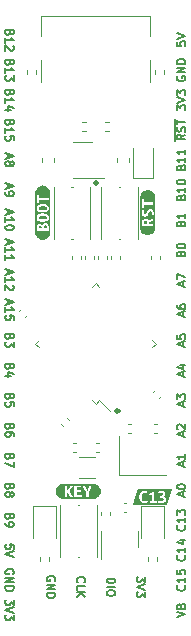
<source format=gbr>
%TF.GenerationSoftware,KiCad,Pcbnew,6.0.11-2627ca5db0~126~ubuntu20.04.1*%
%TF.CreationDate,2023-02-28T16:59:55+07:00*%
%TF.ProjectId,Bluepill-USB-C,426c7565-7069-46c6-9c2d-5553422d432e,rev?*%
%TF.SameCoordinates,Original*%
%TF.FileFunction,Legend,Top*%
%TF.FilePolarity,Positive*%
%FSLAX46Y46*%
G04 Gerber Fmt 4.6, Leading zero omitted, Abs format (unit mm)*
G04 Created by KiCad (PCBNEW 6.0.11-2627ca5db0~126~ubuntu20.04.1) date 2023-02-28 16:59:55*
%MOMM*%
%LPD*%
G01*
G04 APERTURE LIST*
%ADD10C,0.300000*%
%ADD11C,0.150000*%
%ADD12C,0.120000*%
G04 APERTURE END LIST*
D10*
X150190200Y-90757285D02*
X150285438Y-90852523D01*
X150190200Y-90947761D01*
X150094961Y-90852523D01*
X150190200Y-90757285D01*
X150190200Y-90947761D01*
X152019000Y-110061285D02*
X152114238Y-110156523D01*
X152019000Y-110251761D01*
X151923761Y-110156523D01*
X152019000Y-110061285D01*
X152019000Y-110251761D01*
D11*
X157566666Y-102110000D02*
X157566666Y-101776666D01*
X157766666Y-102176666D02*
X157066666Y-101943333D01*
X157766666Y-101710000D01*
X157066666Y-101176666D02*
X157066666Y-101310000D01*
X157100000Y-101376666D01*
X157133333Y-101410000D01*
X157233333Y-101476666D01*
X157366666Y-101510000D01*
X157633333Y-101510000D01*
X157700000Y-101476666D01*
X157733333Y-101443333D01*
X157766666Y-101376666D01*
X157766666Y-101243333D01*
X157733333Y-101176666D01*
X157700000Y-101143333D01*
X157633333Y-101110000D01*
X157466666Y-101110000D01*
X157400000Y-101143333D01*
X157366666Y-101176666D01*
X157333333Y-101243333D01*
X157333333Y-101376666D01*
X157366666Y-101443333D01*
X157400000Y-101476666D01*
X157466666Y-101510000D01*
X142900000Y-106406666D02*
X142866666Y-106506666D01*
X142833333Y-106540000D01*
X142766666Y-106573333D01*
X142666666Y-106573333D01*
X142600000Y-106540000D01*
X142566666Y-106506666D01*
X142533333Y-106440000D01*
X142533333Y-106173333D01*
X143233333Y-106173333D01*
X143233333Y-106406666D01*
X143200000Y-106473333D01*
X143166666Y-106506666D01*
X143100000Y-106540000D01*
X143033333Y-106540000D01*
X142966666Y-106506666D01*
X142933333Y-106473333D01*
X142900000Y-106406666D01*
X142900000Y-106173333D01*
X143000000Y-107173333D02*
X142533333Y-107173333D01*
X143266666Y-107006666D02*
X142766666Y-106840000D01*
X142766666Y-107273333D01*
X142900000Y-116566666D02*
X142866666Y-116666666D01*
X142833333Y-116700000D01*
X142766666Y-116733333D01*
X142666666Y-116733333D01*
X142600000Y-116700000D01*
X142566666Y-116666666D01*
X142533333Y-116600000D01*
X142533333Y-116333333D01*
X143233333Y-116333333D01*
X143233333Y-116566666D01*
X143200000Y-116633333D01*
X143166666Y-116666666D01*
X143100000Y-116700000D01*
X143033333Y-116700000D01*
X142966666Y-116666666D01*
X142933333Y-116633333D01*
X142900000Y-116566666D01*
X142900000Y-116333333D01*
X142933333Y-117133333D02*
X142966666Y-117066666D01*
X143000000Y-117033333D01*
X143066666Y-117000000D01*
X143100000Y-117000000D01*
X143166666Y-117033333D01*
X143200000Y-117066666D01*
X143233333Y-117133333D01*
X143233333Y-117266666D01*
X143200000Y-117333333D01*
X143166666Y-117366666D01*
X143100000Y-117400000D01*
X143066666Y-117400000D01*
X143000000Y-117366666D01*
X142966666Y-117333333D01*
X142933333Y-117266666D01*
X142933333Y-117133333D01*
X142900000Y-117066666D01*
X142866666Y-117033333D01*
X142800000Y-117000000D01*
X142666666Y-117000000D01*
X142600000Y-117033333D01*
X142566666Y-117066666D01*
X142533333Y-117133333D01*
X142533333Y-117266666D01*
X142566666Y-117333333D01*
X142600000Y-117366666D01*
X142666666Y-117400000D01*
X142800000Y-117400000D01*
X142866666Y-117366666D01*
X142900000Y-117333333D01*
X142933333Y-117266666D01*
X151113333Y-124333333D02*
X151813333Y-124333333D01*
X151813333Y-124500000D01*
X151780000Y-124600000D01*
X151713333Y-124666666D01*
X151646666Y-124700000D01*
X151513333Y-124733333D01*
X151413333Y-124733333D01*
X151280000Y-124700000D01*
X151213333Y-124666666D01*
X151146666Y-124600000D01*
X151113333Y-124500000D01*
X151113333Y-124333333D01*
X151113333Y-125033333D02*
X151813333Y-125033333D01*
X151813333Y-125500000D02*
X151813333Y-125633333D01*
X151780000Y-125700000D01*
X151713333Y-125766666D01*
X151580000Y-125800000D01*
X151346666Y-125800000D01*
X151213333Y-125766666D01*
X151146666Y-125700000D01*
X151113333Y-125633333D01*
X151113333Y-125500000D01*
X151146666Y-125433333D01*
X151213333Y-125366666D01*
X151346666Y-125333333D01*
X151580000Y-125333333D01*
X151713333Y-125366666D01*
X151780000Y-125433333D01*
X151813333Y-125500000D01*
X157066666Y-127593333D02*
X157766666Y-127360000D01*
X157066666Y-127126666D01*
X157400000Y-126660000D02*
X157433333Y-126560000D01*
X157466666Y-126526666D01*
X157533333Y-126493333D01*
X157633333Y-126493333D01*
X157700000Y-126526666D01*
X157733333Y-126560000D01*
X157766666Y-126626666D01*
X157766666Y-126893333D01*
X157066666Y-126893333D01*
X157066666Y-126660000D01*
X157100000Y-126593333D01*
X157133333Y-126560000D01*
X157200000Y-126526666D01*
X157266666Y-126526666D01*
X157333333Y-126560000D01*
X157366666Y-126593333D01*
X157400000Y-126660000D01*
X157400000Y-126893333D01*
X157566666Y-104650000D02*
X157566666Y-104316666D01*
X157766666Y-104716666D02*
X157066666Y-104483333D01*
X157766666Y-104250000D01*
X157066666Y-103683333D02*
X157066666Y-104016666D01*
X157400000Y-104050000D01*
X157366666Y-104016666D01*
X157333333Y-103950000D01*
X157333333Y-103783333D01*
X157366666Y-103716666D01*
X157400000Y-103683333D01*
X157466666Y-103650000D01*
X157633333Y-103650000D01*
X157700000Y-103683333D01*
X157733333Y-103716666D01*
X157766666Y-103783333D01*
X157766666Y-103950000D01*
X157733333Y-104016666D01*
X157700000Y-104050000D01*
X143200000Y-123936666D02*
X143233333Y-123870000D01*
X143233333Y-123770000D01*
X143200000Y-123670000D01*
X143133333Y-123603333D01*
X143066666Y-123570000D01*
X142933333Y-123536666D01*
X142833333Y-123536666D01*
X142700000Y-123570000D01*
X142633333Y-123603333D01*
X142566666Y-123670000D01*
X142533333Y-123770000D01*
X142533333Y-123836666D01*
X142566666Y-123936666D01*
X142600000Y-123970000D01*
X142833333Y-123970000D01*
X142833333Y-123836666D01*
X142533333Y-124270000D02*
X143233333Y-124270000D01*
X142533333Y-124670000D01*
X143233333Y-124670000D01*
X142533333Y-125003333D02*
X143233333Y-125003333D01*
X143233333Y-125170000D01*
X143200000Y-125270000D01*
X143133333Y-125336666D01*
X143066666Y-125370000D01*
X142933333Y-125403333D01*
X142833333Y-125403333D01*
X142700000Y-125370000D01*
X142633333Y-125336666D01*
X142566666Y-125270000D01*
X142533333Y-125170000D01*
X142533333Y-125003333D01*
X142900000Y-119106666D02*
X142866666Y-119206666D01*
X142833333Y-119240000D01*
X142766666Y-119273333D01*
X142666666Y-119273333D01*
X142600000Y-119240000D01*
X142566666Y-119206666D01*
X142533333Y-119140000D01*
X142533333Y-118873333D01*
X143233333Y-118873333D01*
X143233333Y-119106666D01*
X143200000Y-119173333D01*
X143166666Y-119206666D01*
X143100000Y-119240000D01*
X143033333Y-119240000D01*
X142966666Y-119206666D01*
X142933333Y-119173333D01*
X142900000Y-119106666D01*
X142900000Y-118873333D01*
X142533333Y-119606666D02*
X142533333Y-119740000D01*
X142566666Y-119806666D01*
X142600000Y-119840000D01*
X142700000Y-119906666D01*
X142833333Y-119940000D01*
X143100000Y-119940000D01*
X143166666Y-119906666D01*
X143200000Y-119873333D01*
X143233333Y-119806666D01*
X143233333Y-119673333D01*
X143200000Y-119606666D01*
X143166666Y-119573333D01*
X143100000Y-119540000D01*
X142933333Y-119540000D01*
X142866666Y-119573333D01*
X142833333Y-119606666D01*
X142800000Y-119673333D01*
X142800000Y-119806666D01*
X142833333Y-119873333D01*
X142866666Y-119906666D01*
X142933333Y-119940000D01*
X142900000Y-111486666D02*
X142866666Y-111586666D01*
X142833333Y-111620000D01*
X142766666Y-111653333D01*
X142666666Y-111653333D01*
X142600000Y-111620000D01*
X142566666Y-111586666D01*
X142533333Y-111520000D01*
X142533333Y-111253333D01*
X143233333Y-111253333D01*
X143233333Y-111486666D01*
X143200000Y-111553333D01*
X143166666Y-111586666D01*
X143100000Y-111620000D01*
X143033333Y-111620000D01*
X142966666Y-111586666D01*
X142933333Y-111553333D01*
X142900000Y-111486666D01*
X142900000Y-111253333D01*
X143233333Y-112253333D02*
X143233333Y-112120000D01*
X143200000Y-112053333D01*
X143166666Y-112020000D01*
X143066666Y-111953333D01*
X142933333Y-111920000D01*
X142666666Y-111920000D01*
X142600000Y-111953333D01*
X142566666Y-111986666D01*
X142533333Y-112053333D01*
X142533333Y-112186666D01*
X142566666Y-112253333D01*
X142600000Y-112286666D01*
X142666666Y-112320000D01*
X142833333Y-112320000D01*
X142900000Y-112286666D01*
X142933333Y-112253333D01*
X142966666Y-112186666D01*
X142966666Y-112053333D01*
X142933333Y-111986666D01*
X142900000Y-111953333D01*
X142833333Y-111920000D01*
X142733333Y-88410000D02*
X142733333Y-88743333D01*
X142533333Y-88343333D02*
X143233333Y-88576666D01*
X142533333Y-88810000D01*
X142933333Y-89143333D02*
X142966666Y-89076666D01*
X143000000Y-89043333D01*
X143066666Y-89010000D01*
X143100000Y-89010000D01*
X143166666Y-89043333D01*
X143200000Y-89076666D01*
X143233333Y-89143333D01*
X143233333Y-89276666D01*
X143200000Y-89343333D01*
X143166666Y-89376666D01*
X143100000Y-89410000D01*
X143066666Y-89410000D01*
X143000000Y-89376666D01*
X142966666Y-89343333D01*
X142933333Y-89276666D01*
X142933333Y-89143333D01*
X142900000Y-89076666D01*
X142866666Y-89043333D01*
X142800000Y-89010000D01*
X142666666Y-89010000D01*
X142600000Y-89043333D01*
X142566666Y-89076666D01*
X142533333Y-89143333D01*
X142533333Y-89276666D01*
X142566666Y-89343333D01*
X142600000Y-89376666D01*
X142666666Y-89410000D01*
X142800000Y-89410000D01*
X142866666Y-89376666D01*
X142900000Y-89343333D01*
X142933333Y-89276666D01*
X142900000Y-103866666D02*
X142866666Y-103966666D01*
X142833333Y-104000000D01*
X142766666Y-104033333D01*
X142666666Y-104033333D01*
X142600000Y-104000000D01*
X142566666Y-103966666D01*
X142533333Y-103900000D01*
X142533333Y-103633333D01*
X143233333Y-103633333D01*
X143233333Y-103866666D01*
X143200000Y-103933333D01*
X143166666Y-103966666D01*
X143100000Y-104000000D01*
X143033333Y-104000000D01*
X142966666Y-103966666D01*
X142933333Y-103933333D01*
X142900000Y-103866666D01*
X142900000Y-103633333D01*
X143233333Y-104266666D02*
X143233333Y-104700000D01*
X142966666Y-104466666D01*
X142966666Y-104566666D01*
X142933333Y-104633333D01*
X142900000Y-104666666D01*
X142833333Y-104700000D01*
X142666666Y-104700000D01*
X142600000Y-104666666D01*
X142566666Y-104633333D01*
X142533333Y-104566666D01*
X142533333Y-104366666D01*
X142566666Y-104300000D01*
X142600000Y-104266666D01*
X157100000Y-81823333D02*
X157066666Y-81890000D01*
X157066666Y-81990000D01*
X157100000Y-82090000D01*
X157166666Y-82156666D01*
X157233333Y-82190000D01*
X157366666Y-82223333D01*
X157466666Y-82223333D01*
X157600000Y-82190000D01*
X157666666Y-82156666D01*
X157733333Y-82090000D01*
X157766666Y-81990000D01*
X157766666Y-81923333D01*
X157733333Y-81823333D01*
X157700000Y-81790000D01*
X157466666Y-81790000D01*
X157466666Y-81923333D01*
X157766666Y-81490000D02*
X157066666Y-81490000D01*
X157766666Y-81090000D01*
X157066666Y-81090000D01*
X157766666Y-80756666D02*
X157066666Y-80756666D01*
X157066666Y-80590000D01*
X157100000Y-80490000D01*
X157166666Y-80423333D01*
X157233333Y-80390000D01*
X157366666Y-80356666D01*
X157466666Y-80356666D01*
X157600000Y-80390000D01*
X157666666Y-80423333D01*
X157733333Y-80490000D01*
X157766666Y-80590000D01*
X157766666Y-80756666D01*
X146700000Y-124516666D02*
X146733333Y-124450000D01*
X146733333Y-124350000D01*
X146700000Y-124250000D01*
X146633333Y-124183333D01*
X146566666Y-124150000D01*
X146433333Y-124116666D01*
X146333333Y-124116666D01*
X146200000Y-124150000D01*
X146133333Y-124183333D01*
X146066666Y-124250000D01*
X146033333Y-124350000D01*
X146033333Y-124416666D01*
X146066666Y-124516666D01*
X146100000Y-124550000D01*
X146333333Y-124550000D01*
X146333333Y-124416666D01*
X146033333Y-124850000D02*
X146733333Y-124850000D01*
X146033333Y-125250000D01*
X146733333Y-125250000D01*
X146033333Y-125583333D02*
X146733333Y-125583333D01*
X146733333Y-125750000D01*
X146700000Y-125850000D01*
X146633333Y-125916666D01*
X146566666Y-125950000D01*
X146433333Y-125983333D01*
X146333333Y-125983333D01*
X146200000Y-125950000D01*
X146133333Y-125916666D01*
X146066666Y-125850000D01*
X146033333Y-125750000D01*
X146033333Y-125583333D01*
X157566666Y-114810000D02*
X157566666Y-114476666D01*
X157766666Y-114876666D02*
X157066666Y-114643333D01*
X157766666Y-114410000D01*
X157766666Y-113810000D02*
X157766666Y-114210000D01*
X157766666Y-114010000D02*
X157066666Y-114010000D01*
X157166666Y-114076666D01*
X157233333Y-114143333D01*
X157266666Y-114210000D01*
X142900000Y-83213333D02*
X142866666Y-83313333D01*
X142833333Y-83346666D01*
X142766666Y-83380000D01*
X142666666Y-83380000D01*
X142600000Y-83346666D01*
X142566666Y-83313333D01*
X142533333Y-83246666D01*
X142533333Y-82980000D01*
X143233333Y-82980000D01*
X143233333Y-83213333D01*
X143200000Y-83280000D01*
X143166666Y-83313333D01*
X143100000Y-83346666D01*
X143033333Y-83346666D01*
X142966666Y-83313333D01*
X142933333Y-83280000D01*
X142900000Y-83213333D01*
X142900000Y-82980000D01*
X142533333Y-84046666D02*
X142533333Y-83646666D01*
X142533333Y-83846666D02*
X143233333Y-83846666D01*
X143133333Y-83780000D01*
X143066666Y-83713333D01*
X143033333Y-83646666D01*
X143000000Y-84646666D02*
X142533333Y-84646666D01*
X143266666Y-84480000D02*
X142766666Y-84313333D01*
X142766666Y-84746666D01*
X157700000Y-119840000D02*
X157733333Y-119873333D01*
X157766666Y-119973333D01*
X157766666Y-120040000D01*
X157733333Y-120140000D01*
X157666666Y-120206666D01*
X157600000Y-120240000D01*
X157466666Y-120273333D01*
X157366666Y-120273333D01*
X157233333Y-120240000D01*
X157166666Y-120206666D01*
X157100000Y-120140000D01*
X157066666Y-120040000D01*
X157066666Y-119973333D01*
X157100000Y-119873333D01*
X157133333Y-119840000D01*
X157766666Y-119173333D02*
X157766666Y-119573333D01*
X157766666Y-119373333D02*
X157066666Y-119373333D01*
X157166666Y-119440000D01*
X157233333Y-119506666D01*
X157266666Y-119573333D01*
X157066666Y-118940000D02*
X157066666Y-118506666D01*
X157333333Y-118740000D01*
X157333333Y-118640000D01*
X157366666Y-118573333D01*
X157400000Y-118540000D01*
X157466666Y-118506666D01*
X157633333Y-118506666D01*
X157700000Y-118540000D01*
X157733333Y-118573333D01*
X157766666Y-118640000D01*
X157766666Y-118840000D01*
X157733333Y-118906666D01*
X157700000Y-118940000D01*
X157066666Y-78883333D02*
X157066666Y-79216666D01*
X157400000Y-79250000D01*
X157366666Y-79216666D01*
X157333333Y-79150000D01*
X157333333Y-78983333D01*
X157366666Y-78916666D01*
X157400000Y-78883333D01*
X157466666Y-78850000D01*
X157633333Y-78850000D01*
X157700000Y-78883333D01*
X157733333Y-78916666D01*
X157766666Y-78983333D01*
X157766666Y-79150000D01*
X157733333Y-79216666D01*
X157700000Y-79250000D01*
X157066666Y-78650000D02*
X157766666Y-78416666D01*
X157066666Y-78183333D01*
X148640000Y-124633333D02*
X148606666Y-124600000D01*
X148573333Y-124500000D01*
X148573333Y-124433333D01*
X148606666Y-124333333D01*
X148673333Y-124266666D01*
X148740000Y-124233333D01*
X148873333Y-124200000D01*
X148973333Y-124200000D01*
X149106666Y-124233333D01*
X149173333Y-124266666D01*
X149240000Y-124333333D01*
X149273333Y-124433333D01*
X149273333Y-124500000D01*
X149240000Y-124600000D01*
X149206666Y-124633333D01*
X148573333Y-125266666D02*
X148573333Y-124933333D01*
X149273333Y-124933333D01*
X148573333Y-125500000D02*
X149273333Y-125500000D01*
X148573333Y-125900000D02*
X148973333Y-125600000D01*
X149273333Y-125900000D02*
X148873333Y-125500000D01*
X156869000Y-87320000D02*
X156869000Y-86620000D01*
X157766666Y-86753333D02*
X157433333Y-86986666D01*
X157766666Y-87153333D02*
X157066666Y-87153333D01*
X157066666Y-86886666D01*
X157100000Y-86820000D01*
X157133333Y-86786666D01*
X157200000Y-86753333D01*
X157300000Y-86753333D01*
X157366666Y-86786666D01*
X157400000Y-86820000D01*
X157433333Y-86886666D01*
X157433333Y-87153333D01*
X156869000Y-86620000D02*
X156869000Y-85953333D01*
X157733333Y-86486666D02*
X157766666Y-86386666D01*
X157766666Y-86220000D01*
X157733333Y-86153333D01*
X157700000Y-86120000D01*
X157633333Y-86086666D01*
X157566666Y-86086666D01*
X157500000Y-86120000D01*
X157466666Y-86153333D01*
X157433333Y-86220000D01*
X157400000Y-86353333D01*
X157366666Y-86420000D01*
X157333333Y-86453333D01*
X157266666Y-86486666D01*
X157200000Y-86486666D01*
X157133333Y-86453333D01*
X157100000Y-86420000D01*
X157066666Y-86353333D01*
X157066666Y-86186666D01*
X157100000Y-86086666D01*
X156869000Y-85953333D02*
X156869000Y-85420000D01*
X157066666Y-85886666D02*
X157066666Y-85486666D01*
X157766666Y-85686666D02*
X157066666Y-85686666D01*
X142900000Y-114026666D02*
X142866666Y-114126666D01*
X142833333Y-114160000D01*
X142766666Y-114193333D01*
X142666666Y-114193333D01*
X142600000Y-114160000D01*
X142566666Y-114126666D01*
X142533333Y-114060000D01*
X142533333Y-113793333D01*
X143233333Y-113793333D01*
X143233333Y-114026666D01*
X143200000Y-114093333D01*
X143166666Y-114126666D01*
X143100000Y-114160000D01*
X143033333Y-114160000D01*
X142966666Y-114126666D01*
X142933333Y-114093333D01*
X142900000Y-114026666D01*
X142900000Y-113793333D01*
X143233333Y-114426666D02*
X143233333Y-114893333D01*
X142533333Y-114593333D01*
X157400000Y-96813333D02*
X157433333Y-96713333D01*
X157466666Y-96680000D01*
X157533333Y-96646666D01*
X157633333Y-96646666D01*
X157700000Y-96680000D01*
X157733333Y-96713333D01*
X157766666Y-96780000D01*
X157766666Y-97046666D01*
X157066666Y-97046666D01*
X157066666Y-96813333D01*
X157100000Y-96746666D01*
X157133333Y-96713333D01*
X157200000Y-96680000D01*
X157266666Y-96680000D01*
X157333333Y-96713333D01*
X157366666Y-96746666D01*
X157400000Y-96813333D01*
X157400000Y-97046666D01*
X157066666Y-96213333D02*
X157066666Y-96146666D01*
X157100000Y-96080000D01*
X157133333Y-96046666D01*
X157200000Y-96013333D01*
X157333333Y-95980000D01*
X157500000Y-95980000D01*
X157633333Y-96013333D01*
X157700000Y-96046666D01*
X157733333Y-96080000D01*
X157766666Y-96146666D01*
X157766666Y-96213333D01*
X157733333Y-96280000D01*
X157700000Y-96313333D01*
X157633333Y-96346666D01*
X157500000Y-96380000D01*
X157333333Y-96380000D01*
X157200000Y-96346666D01*
X157133333Y-96313333D01*
X157100000Y-96280000D01*
X157066666Y-96213333D01*
X142900000Y-80673333D02*
X142866666Y-80773333D01*
X142833333Y-80806666D01*
X142766666Y-80840000D01*
X142666666Y-80840000D01*
X142600000Y-80806666D01*
X142566666Y-80773333D01*
X142533333Y-80706666D01*
X142533333Y-80440000D01*
X143233333Y-80440000D01*
X143233333Y-80673333D01*
X143200000Y-80740000D01*
X143166666Y-80773333D01*
X143100000Y-80806666D01*
X143033333Y-80806666D01*
X142966666Y-80773333D01*
X142933333Y-80740000D01*
X142900000Y-80673333D01*
X142900000Y-80440000D01*
X142533333Y-81506666D02*
X142533333Y-81106666D01*
X142533333Y-81306666D02*
X143233333Y-81306666D01*
X143133333Y-81240000D01*
X143066666Y-81173333D01*
X143033333Y-81106666D01*
X143233333Y-81740000D02*
X143233333Y-82173333D01*
X142966666Y-81940000D01*
X142966666Y-82040000D01*
X142933333Y-82106666D01*
X142900000Y-82140000D01*
X142833333Y-82173333D01*
X142666666Y-82173333D01*
X142600000Y-82140000D01*
X142566666Y-82106666D01*
X142533333Y-82040000D01*
X142533333Y-81840000D01*
X142566666Y-81773333D01*
X142600000Y-81740000D01*
X157400000Y-89526666D02*
X157433333Y-89426666D01*
X157466666Y-89393333D01*
X157533333Y-89360000D01*
X157633333Y-89360000D01*
X157700000Y-89393333D01*
X157733333Y-89426666D01*
X157766666Y-89493333D01*
X157766666Y-89760000D01*
X157066666Y-89760000D01*
X157066666Y-89526666D01*
X157100000Y-89460000D01*
X157133333Y-89426666D01*
X157200000Y-89393333D01*
X157266666Y-89393333D01*
X157333333Y-89426666D01*
X157366666Y-89460000D01*
X157400000Y-89526666D01*
X157400000Y-89760000D01*
X157766666Y-88693333D02*
X157766666Y-89093333D01*
X157766666Y-88893333D02*
X157066666Y-88893333D01*
X157166666Y-88960000D01*
X157233333Y-89026666D01*
X157266666Y-89093333D01*
X157766666Y-88026666D02*
X157766666Y-88426666D01*
X157766666Y-88226666D02*
X157066666Y-88226666D01*
X157166666Y-88293333D01*
X157233333Y-88360000D01*
X157266666Y-88426666D01*
X142900000Y-78133333D02*
X142866666Y-78233333D01*
X142833333Y-78266666D01*
X142766666Y-78300000D01*
X142666666Y-78300000D01*
X142600000Y-78266666D01*
X142566666Y-78233333D01*
X142533333Y-78166666D01*
X142533333Y-77900000D01*
X143233333Y-77900000D01*
X143233333Y-78133333D01*
X143200000Y-78200000D01*
X143166666Y-78233333D01*
X143100000Y-78266666D01*
X143033333Y-78266666D01*
X142966666Y-78233333D01*
X142933333Y-78200000D01*
X142900000Y-78133333D01*
X142900000Y-77900000D01*
X142533333Y-78966666D02*
X142533333Y-78566666D01*
X142533333Y-78766666D02*
X143233333Y-78766666D01*
X143133333Y-78700000D01*
X143066666Y-78633333D01*
X143033333Y-78566666D01*
X143166666Y-79233333D02*
X143200000Y-79266666D01*
X143233333Y-79333333D01*
X143233333Y-79500000D01*
X143200000Y-79566666D01*
X143166666Y-79600000D01*
X143100000Y-79633333D01*
X143033333Y-79633333D01*
X142933333Y-79600000D01*
X142533333Y-79200000D01*
X142533333Y-79633333D01*
X157700000Y-122380000D02*
X157733333Y-122413333D01*
X157766666Y-122513333D01*
X157766666Y-122580000D01*
X157733333Y-122680000D01*
X157666666Y-122746666D01*
X157600000Y-122780000D01*
X157466666Y-122813333D01*
X157366666Y-122813333D01*
X157233333Y-122780000D01*
X157166666Y-122746666D01*
X157100000Y-122680000D01*
X157066666Y-122580000D01*
X157066666Y-122513333D01*
X157100000Y-122413333D01*
X157133333Y-122380000D01*
X157766666Y-121713333D02*
X157766666Y-122113333D01*
X157766666Y-121913333D02*
X157066666Y-121913333D01*
X157166666Y-121980000D01*
X157233333Y-122046666D01*
X157266666Y-122113333D01*
X157300000Y-121113333D02*
X157766666Y-121113333D01*
X157033333Y-121280000D02*
X157533333Y-121446666D01*
X157533333Y-121013333D01*
X142733333Y-98236666D02*
X142733333Y-98570000D01*
X142533333Y-98170000D02*
X143233333Y-98403333D01*
X142533333Y-98636666D01*
X142533333Y-99236666D02*
X142533333Y-98836666D01*
X142533333Y-99036666D02*
X143233333Y-99036666D01*
X143133333Y-98970000D01*
X143066666Y-98903333D01*
X143033333Y-98836666D01*
X143166666Y-99503333D02*
X143200000Y-99536666D01*
X143233333Y-99603333D01*
X143233333Y-99770000D01*
X143200000Y-99836666D01*
X143166666Y-99870000D01*
X143100000Y-99903333D01*
X143033333Y-99903333D01*
X142933333Y-99870000D01*
X142533333Y-99470000D01*
X142533333Y-99903333D01*
X157400000Y-94273333D02*
X157433333Y-94173333D01*
X157466666Y-94140000D01*
X157533333Y-94106666D01*
X157633333Y-94106666D01*
X157700000Y-94140000D01*
X157733333Y-94173333D01*
X157766666Y-94240000D01*
X157766666Y-94506666D01*
X157066666Y-94506666D01*
X157066666Y-94273333D01*
X157100000Y-94206666D01*
X157133333Y-94173333D01*
X157200000Y-94140000D01*
X157266666Y-94140000D01*
X157333333Y-94173333D01*
X157366666Y-94206666D01*
X157400000Y-94273333D01*
X157400000Y-94506666D01*
X157766666Y-93440000D02*
X157766666Y-93840000D01*
X157766666Y-93640000D02*
X157066666Y-93640000D01*
X157166666Y-93706666D01*
X157233333Y-93773333D01*
X157266666Y-93840000D01*
X142733333Y-95696666D02*
X142733333Y-96030000D01*
X142533333Y-95630000D02*
X143233333Y-95863333D01*
X142533333Y-96096666D01*
X142533333Y-96696666D02*
X142533333Y-96296666D01*
X142533333Y-96496666D02*
X143233333Y-96496666D01*
X143133333Y-96430000D01*
X143066666Y-96363333D01*
X143033333Y-96296666D01*
X142533333Y-97363333D02*
X142533333Y-96963333D01*
X142533333Y-97163333D02*
X143233333Y-97163333D01*
X143133333Y-97096666D01*
X143066666Y-97030000D01*
X143033333Y-96963333D01*
X157566666Y-99570000D02*
X157566666Y-99236666D01*
X157766666Y-99636666D02*
X157066666Y-99403333D01*
X157766666Y-99170000D01*
X157066666Y-99003333D02*
X157066666Y-98536666D01*
X157766666Y-98836666D01*
X143233333Y-121796666D02*
X143233333Y-121463333D01*
X142900000Y-121430000D01*
X142933333Y-121463333D01*
X142966666Y-121530000D01*
X142966666Y-121696666D01*
X142933333Y-121763333D01*
X142900000Y-121796666D01*
X142833333Y-121830000D01*
X142666666Y-121830000D01*
X142600000Y-121796666D01*
X142566666Y-121763333D01*
X142533333Y-121696666D01*
X142533333Y-121530000D01*
X142566666Y-121463333D01*
X142600000Y-121430000D01*
X143233333Y-122030000D02*
X142533333Y-122263333D01*
X143233333Y-122496666D01*
X157566666Y-109730000D02*
X157566666Y-109396666D01*
X157766666Y-109796666D02*
X157066666Y-109563333D01*
X157766666Y-109330000D01*
X157066666Y-109163333D02*
X157066666Y-108730000D01*
X157333333Y-108963333D01*
X157333333Y-108863333D01*
X157366666Y-108796666D01*
X157400000Y-108763333D01*
X157466666Y-108730000D01*
X157633333Y-108730000D01*
X157700000Y-108763333D01*
X157733333Y-108796666D01*
X157766666Y-108863333D01*
X157766666Y-109063333D01*
X157733333Y-109130000D01*
X157700000Y-109163333D01*
X157566666Y-112270000D02*
X157566666Y-111936666D01*
X157766666Y-112336666D02*
X157066666Y-112103333D01*
X157766666Y-111870000D01*
X157133333Y-111670000D02*
X157100000Y-111636666D01*
X157066666Y-111570000D01*
X157066666Y-111403333D01*
X157100000Y-111336666D01*
X157133333Y-111303333D01*
X157200000Y-111270000D01*
X157266666Y-111270000D01*
X157366666Y-111303333D01*
X157766666Y-111703333D01*
X157766666Y-111270000D01*
X142733333Y-100776666D02*
X142733333Y-101110000D01*
X142533333Y-100710000D02*
X143233333Y-100943333D01*
X142533333Y-101176666D01*
X142533333Y-101776666D02*
X142533333Y-101376666D01*
X142533333Y-101576666D02*
X143233333Y-101576666D01*
X143133333Y-101510000D01*
X143066666Y-101443333D01*
X143033333Y-101376666D01*
X143233333Y-102410000D02*
X143233333Y-102076666D01*
X142900000Y-102043333D01*
X142933333Y-102076666D01*
X142966666Y-102143333D01*
X142966666Y-102310000D01*
X142933333Y-102376666D01*
X142900000Y-102410000D01*
X142833333Y-102443333D01*
X142666666Y-102443333D01*
X142600000Y-102410000D01*
X142566666Y-102376666D01*
X142533333Y-102310000D01*
X142533333Y-102143333D01*
X142566666Y-102076666D01*
X142600000Y-102043333D01*
X142733333Y-90950000D02*
X142733333Y-91283333D01*
X142533333Y-90883333D02*
X143233333Y-91116666D01*
X142533333Y-91350000D01*
X142533333Y-91616666D02*
X142533333Y-91750000D01*
X142566666Y-91816666D01*
X142600000Y-91850000D01*
X142700000Y-91916666D01*
X142833333Y-91950000D01*
X143100000Y-91950000D01*
X143166666Y-91916666D01*
X143200000Y-91883333D01*
X143233333Y-91816666D01*
X143233333Y-91683333D01*
X143200000Y-91616666D01*
X143166666Y-91583333D01*
X143100000Y-91550000D01*
X142933333Y-91550000D01*
X142866666Y-91583333D01*
X142833333Y-91616666D01*
X142800000Y-91683333D01*
X142800000Y-91816666D01*
X142833333Y-91883333D01*
X142866666Y-91916666D01*
X142933333Y-91950000D01*
X143233333Y-126143333D02*
X143233333Y-126576666D01*
X142966666Y-126343333D01*
X142966666Y-126443333D01*
X142933333Y-126510000D01*
X142900000Y-126543333D01*
X142833333Y-126576666D01*
X142666666Y-126576666D01*
X142600000Y-126543333D01*
X142566666Y-126510000D01*
X142533333Y-126443333D01*
X142533333Y-126243333D01*
X142566666Y-126176666D01*
X142600000Y-126143333D01*
X143233333Y-126776666D02*
X142533333Y-127010000D01*
X143233333Y-127243333D01*
X143233333Y-127410000D02*
X143233333Y-127843333D01*
X142966666Y-127610000D01*
X142966666Y-127710000D01*
X142933333Y-127776666D01*
X142900000Y-127810000D01*
X142833333Y-127843333D01*
X142666666Y-127843333D01*
X142600000Y-127810000D01*
X142566666Y-127776666D01*
X142533333Y-127710000D01*
X142533333Y-127510000D01*
X142566666Y-127443333D01*
X142600000Y-127410000D01*
X157566666Y-107190000D02*
X157566666Y-106856666D01*
X157766666Y-107256666D02*
X157066666Y-107023333D01*
X157766666Y-106790000D01*
X157300000Y-106256666D02*
X157766666Y-106256666D01*
X157033333Y-106423333D02*
X157533333Y-106590000D01*
X157533333Y-106156666D01*
X157066666Y-84696666D02*
X157066666Y-84263333D01*
X157333333Y-84496666D01*
X157333333Y-84396666D01*
X157366666Y-84330000D01*
X157400000Y-84296666D01*
X157466666Y-84263333D01*
X157633333Y-84263333D01*
X157700000Y-84296666D01*
X157733333Y-84330000D01*
X157766666Y-84396666D01*
X157766666Y-84596666D01*
X157733333Y-84663333D01*
X157700000Y-84696666D01*
X157066666Y-84063333D02*
X157766666Y-83830000D01*
X157066666Y-83596666D01*
X157066666Y-83430000D02*
X157066666Y-82996666D01*
X157333333Y-83230000D01*
X157333333Y-83130000D01*
X157366666Y-83063333D01*
X157400000Y-83030000D01*
X157466666Y-82996666D01*
X157633333Y-82996666D01*
X157700000Y-83030000D01*
X157733333Y-83063333D01*
X157766666Y-83130000D01*
X157766666Y-83330000D01*
X157733333Y-83396666D01*
X157700000Y-83430000D01*
X157566666Y-117350000D02*
X157566666Y-117016666D01*
X157766666Y-117416666D02*
X157066666Y-117183333D01*
X157766666Y-116950000D01*
X157066666Y-116583333D02*
X157066666Y-116516666D01*
X157100000Y-116450000D01*
X157133333Y-116416666D01*
X157200000Y-116383333D01*
X157333333Y-116350000D01*
X157500000Y-116350000D01*
X157633333Y-116383333D01*
X157700000Y-116416666D01*
X157733333Y-116450000D01*
X157766666Y-116516666D01*
X157766666Y-116583333D01*
X157733333Y-116650000D01*
X157700000Y-116683333D01*
X157633333Y-116716666D01*
X157500000Y-116750000D01*
X157333333Y-116750000D01*
X157200000Y-116716666D01*
X157133333Y-116683333D01*
X157100000Y-116650000D01*
X157066666Y-116583333D01*
X142733333Y-93156666D02*
X142733333Y-93490000D01*
X142533333Y-93090000D02*
X143233333Y-93323333D01*
X142533333Y-93556666D01*
X142533333Y-94156666D02*
X142533333Y-93756666D01*
X142533333Y-93956666D02*
X143233333Y-93956666D01*
X143133333Y-93890000D01*
X143066666Y-93823333D01*
X143033333Y-93756666D01*
X143233333Y-94590000D02*
X143233333Y-94656666D01*
X143200000Y-94723333D01*
X143166666Y-94756666D01*
X143100000Y-94790000D01*
X142966666Y-94823333D01*
X142800000Y-94823333D01*
X142666666Y-94790000D01*
X142600000Y-94756666D01*
X142566666Y-94723333D01*
X142533333Y-94656666D01*
X142533333Y-94590000D01*
X142566666Y-94523333D01*
X142600000Y-94490000D01*
X142666666Y-94456666D01*
X142800000Y-94423333D01*
X142966666Y-94423333D01*
X143100000Y-94456666D01*
X143166666Y-94490000D01*
X143200000Y-94523333D01*
X143233333Y-94590000D01*
X154353333Y-124183333D02*
X154353333Y-124616666D01*
X154086666Y-124383333D01*
X154086666Y-124483333D01*
X154053333Y-124550000D01*
X154020000Y-124583333D01*
X153953333Y-124616666D01*
X153786666Y-124616666D01*
X153720000Y-124583333D01*
X153686666Y-124550000D01*
X153653333Y-124483333D01*
X153653333Y-124283333D01*
X153686666Y-124216666D01*
X153720000Y-124183333D01*
X154353333Y-124816666D02*
X153653333Y-125050000D01*
X154353333Y-125283333D01*
X154353333Y-125450000D02*
X154353333Y-125883333D01*
X154086666Y-125650000D01*
X154086666Y-125750000D01*
X154053333Y-125816666D01*
X154020000Y-125850000D01*
X153953333Y-125883333D01*
X153786666Y-125883333D01*
X153720000Y-125850000D01*
X153686666Y-125816666D01*
X153653333Y-125750000D01*
X153653333Y-125550000D01*
X153686666Y-125483333D01*
X153720000Y-125450000D01*
X142900000Y-108946666D02*
X142866666Y-109046666D01*
X142833333Y-109080000D01*
X142766666Y-109113333D01*
X142666666Y-109113333D01*
X142600000Y-109080000D01*
X142566666Y-109046666D01*
X142533333Y-108980000D01*
X142533333Y-108713333D01*
X143233333Y-108713333D01*
X143233333Y-108946666D01*
X143200000Y-109013333D01*
X143166666Y-109046666D01*
X143100000Y-109080000D01*
X143033333Y-109080000D01*
X142966666Y-109046666D01*
X142933333Y-109013333D01*
X142900000Y-108946666D01*
X142900000Y-108713333D01*
X143233333Y-109746666D02*
X143233333Y-109413333D01*
X142900000Y-109380000D01*
X142933333Y-109413333D01*
X142966666Y-109480000D01*
X142966666Y-109646666D01*
X142933333Y-109713333D01*
X142900000Y-109746666D01*
X142833333Y-109780000D01*
X142666666Y-109780000D01*
X142600000Y-109746666D01*
X142566666Y-109713333D01*
X142533333Y-109646666D01*
X142533333Y-109480000D01*
X142566666Y-109413333D01*
X142600000Y-109380000D01*
X157400000Y-92066666D02*
X157433333Y-91966666D01*
X157466666Y-91933333D01*
X157533333Y-91900000D01*
X157633333Y-91900000D01*
X157700000Y-91933333D01*
X157733333Y-91966666D01*
X157766666Y-92033333D01*
X157766666Y-92300000D01*
X157066666Y-92300000D01*
X157066666Y-92066666D01*
X157100000Y-92000000D01*
X157133333Y-91966666D01*
X157200000Y-91933333D01*
X157266666Y-91933333D01*
X157333333Y-91966666D01*
X157366666Y-92000000D01*
X157400000Y-92066666D01*
X157400000Y-92300000D01*
X157766666Y-91233333D02*
X157766666Y-91633333D01*
X157766666Y-91433333D02*
X157066666Y-91433333D01*
X157166666Y-91500000D01*
X157233333Y-91566666D01*
X157266666Y-91633333D01*
X157066666Y-90800000D02*
X157066666Y-90733333D01*
X157100000Y-90666666D01*
X157133333Y-90633333D01*
X157200000Y-90600000D01*
X157333333Y-90566666D01*
X157500000Y-90566666D01*
X157633333Y-90600000D01*
X157700000Y-90633333D01*
X157733333Y-90666666D01*
X157766666Y-90733333D01*
X157766666Y-90800000D01*
X157733333Y-90866666D01*
X157700000Y-90900000D01*
X157633333Y-90933333D01*
X157500000Y-90966666D01*
X157333333Y-90966666D01*
X157200000Y-90933333D01*
X157133333Y-90900000D01*
X157100000Y-90866666D01*
X157066666Y-90800000D01*
X142900000Y-85753333D02*
X142866666Y-85853333D01*
X142833333Y-85886666D01*
X142766666Y-85920000D01*
X142666666Y-85920000D01*
X142600000Y-85886666D01*
X142566666Y-85853333D01*
X142533333Y-85786666D01*
X142533333Y-85520000D01*
X143233333Y-85520000D01*
X143233333Y-85753333D01*
X143200000Y-85820000D01*
X143166666Y-85853333D01*
X143100000Y-85886666D01*
X143033333Y-85886666D01*
X142966666Y-85853333D01*
X142933333Y-85820000D01*
X142900000Y-85753333D01*
X142900000Y-85520000D01*
X142533333Y-86586666D02*
X142533333Y-86186666D01*
X142533333Y-86386666D02*
X143233333Y-86386666D01*
X143133333Y-86320000D01*
X143066666Y-86253333D01*
X143033333Y-86186666D01*
X143233333Y-87220000D02*
X143233333Y-86886666D01*
X142900000Y-86853333D01*
X142933333Y-86886666D01*
X142966666Y-86953333D01*
X142966666Y-87120000D01*
X142933333Y-87186666D01*
X142900000Y-87220000D01*
X142833333Y-87253333D01*
X142666666Y-87253333D01*
X142600000Y-87220000D01*
X142566666Y-87186666D01*
X142533333Y-87120000D01*
X142533333Y-86953333D01*
X142566666Y-86886666D01*
X142600000Y-86853333D01*
X157700000Y-124920000D02*
X157733333Y-124953333D01*
X157766666Y-125053333D01*
X157766666Y-125120000D01*
X157733333Y-125220000D01*
X157666666Y-125286666D01*
X157600000Y-125320000D01*
X157466666Y-125353333D01*
X157366666Y-125353333D01*
X157233333Y-125320000D01*
X157166666Y-125286666D01*
X157100000Y-125220000D01*
X157066666Y-125120000D01*
X157066666Y-125053333D01*
X157100000Y-124953333D01*
X157133333Y-124920000D01*
X157766666Y-124253333D02*
X157766666Y-124653333D01*
X157766666Y-124453333D02*
X157066666Y-124453333D01*
X157166666Y-124520000D01*
X157233333Y-124586666D01*
X157266666Y-124653333D01*
X157066666Y-123620000D02*
X157066666Y-123953333D01*
X157400000Y-123986666D01*
X157366666Y-123953333D01*
X157333333Y-123886666D01*
X157333333Y-123720000D01*
X157366666Y-123653333D01*
X157400000Y-123620000D01*
X157466666Y-123586666D01*
X157633333Y-123586666D01*
X157700000Y-123620000D01*
X157733333Y-123653333D01*
X157766666Y-123720000D01*
X157766666Y-123886666D01*
X157733333Y-123953333D01*
X157700000Y-123986666D01*
D12*
%TO.C,D1*%
X153302600Y-90400000D02*
X155002600Y-90400000D01*
X155002600Y-90400000D02*
X155002600Y-87850000D01*
X153302600Y-90400000D02*
X153302600Y-87850000D01*
%TO.C,kibuzzard-63FDCD3E*%
G36*
X156640424Y-116779146D02*
G01*
X156253392Y-118069254D01*
X153341176Y-118069254D01*
X153534692Y-117424200D01*
X153860500Y-117424200D01*
X153867346Y-117540187D01*
X153887884Y-117642084D01*
X153922115Y-117729893D01*
X153970037Y-117803613D01*
X154053999Y-117877696D01*
X154159832Y-117922146D01*
X154287537Y-117936963D01*
X154374255Y-117931605D01*
X154450256Y-117915531D01*
X154562175Y-117868700D01*
X154512962Y-117714713D01*
X154432794Y-117749638D01*
X154306587Y-117767100D01*
X154193280Y-117744677D01*
X154116881Y-117677406D01*
X154084690Y-117608879D01*
X154065376Y-117522890D01*
X154058937Y-117419437D01*
X154064295Y-117330537D01*
X154080369Y-117257512D01*
X154135931Y-117153531D01*
X154213719Y-117097969D01*
X154303412Y-117081300D01*
X154421681Y-117097969D01*
X154509787Y-117138450D01*
X154687587Y-117138450D01*
X154751087Y-117300375D01*
X154847925Y-117261481D01*
X154949525Y-117205125D01*
X154949525Y-117754400D01*
X154743150Y-117754400D01*
X154743150Y-117916325D01*
X155340050Y-117916325D01*
X155340050Y-117882988D01*
X155470225Y-117882988D01*
X155519438Y-117900450D01*
X155588494Y-117917913D01*
X155666281Y-117931406D01*
X155743275Y-117936963D01*
X155834953Y-117931208D01*
X155913138Y-117913944D01*
X155978225Y-117886163D01*
X156030613Y-117848856D01*
X156098875Y-117749638D01*
X156121100Y-117624225D01*
X156110583Y-117544453D01*
X156079031Y-117476588D01*
X156028430Y-117422216D01*
X155960763Y-117382925D01*
X156049663Y-117300375D01*
X156083000Y-117187662D01*
X156063950Y-117078125D01*
X156005212Y-116990019D01*
X155904406Y-116932075D01*
X155837930Y-116916597D01*
X155760738Y-116911437D01*
X155676402Y-116918780D01*
X155601194Y-116940806D01*
X155487688Y-116998750D01*
X155557538Y-117141625D01*
X155651994Y-117096381D01*
X155762325Y-117078125D01*
X155852019Y-117109081D01*
X155884563Y-117194012D01*
X155869481Y-117254337D01*
X155830588Y-117292437D01*
X155776613Y-117313075D01*
X155716288Y-117319425D01*
X155643263Y-117319425D01*
X155643263Y-117481350D01*
X155703588Y-117481350D01*
X155790503Y-117489089D01*
X155860750Y-117512306D01*
X155907184Y-117554970D01*
X155922663Y-117621050D01*
X155882181Y-117727413D01*
X155826817Y-117759559D01*
X155741688Y-117770275D01*
X155666480Y-117765909D01*
X155602781Y-117752813D01*
X155508325Y-117719475D01*
X155470225Y-117882988D01*
X155340050Y-117882988D01*
X155340050Y-117754400D01*
X155144788Y-117754400D01*
X155144788Y-116933662D01*
X155011438Y-116933662D01*
X154943175Y-116995575D01*
X154859037Y-117052725D01*
X154770137Y-117101937D01*
X154687587Y-117138450D01*
X154509787Y-117138450D01*
X154560587Y-116982875D01*
X154528044Y-116963825D01*
X154474862Y-116940012D01*
X154401044Y-116920169D01*
X154306587Y-116911437D01*
X154213520Y-116919970D01*
X154127994Y-116945569D01*
X154051794Y-116987637D01*
X153986706Y-117045581D01*
X153933723Y-117118805D01*
X153893837Y-117206712D01*
X153868834Y-117308709D01*
X153860500Y-117424200D01*
X153534692Y-117424200D01*
X153728208Y-116779146D01*
X156640424Y-116779146D01*
G37*
%TO.C,kibuzzard-63FDC3E6*%
G36*
X147300664Y-117561640D02*
G01*
X147183677Y-117526152D01*
X147075861Y-117468524D01*
X147042726Y-117441331D01*
X147554619Y-117441331D01*
X147749881Y-117441331D01*
X147749881Y-116992069D01*
X147833225Y-117081763D01*
X147875889Y-117136928D01*
X147916569Y-117196063D01*
X147954470Y-117257975D01*
X147988800Y-117321475D01*
X148038806Y-117441331D01*
X148259469Y-117441331D01*
X148376944Y-117441331D01*
X149007181Y-117441331D01*
X149007181Y-117279406D01*
X148572206Y-117279406D01*
X148572206Y-117003181D01*
X148919869Y-117003181D01*
X148919869Y-116841256D01*
X148572206Y-116841256D01*
X148572206Y-116620594D01*
X148972256Y-116620594D01*
X148972256Y-116458669D01*
X149091319Y-116458669D01*
X149132153Y-116564943D01*
X149174222Y-116667866D01*
X149217525Y-116767437D01*
X149263827Y-116866127D01*
X149314892Y-116966404D01*
X149370719Y-117068269D01*
X149370719Y-117441331D01*
X149567569Y-117441331D01*
X149567569Y-117066681D01*
X149610431Y-116989886D01*
X149650119Y-116915075D01*
X149687028Y-116841058D01*
X149721556Y-116766644D01*
X149754100Y-116691634D01*
X149785056Y-116615831D01*
X149815219Y-116538441D01*
X149845381Y-116458669D01*
X149643769Y-116458669D01*
X149604875Y-116572969D01*
X149583047Y-116636072D01*
X149560425Y-116698381D01*
X149514388Y-116815856D01*
X149473906Y-116907931D01*
X149427075Y-116804545D01*
X149381831Y-116691237D01*
X149339366Y-116573961D01*
X149300869Y-116458669D01*
X149091319Y-116458669D01*
X148972256Y-116458669D01*
X148376944Y-116458669D01*
X148376944Y-117441331D01*
X148259469Y-117441331D01*
X148233672Y-117370489D01*
X148200731Y-117297663D01*
X148162036Y-117224638D01*
X148118975Y-117153200D01*
X148072342Y-117084739D01*
X148022931Y-117020644D01*
X147972528Y-116962303D01*
X147922919Y-116911106D01*
X147971139Y-116852766D01*
X148017375Y-116792044D01*
X148061230Y-116730727D01*
X148102306Y-116670600D01*
X148139811Y-116612259D01*
X148172950Y-116556300D01*
X148226131Y-116458669D01*
X148005469Y-116458669D01*
X147957844Y-116553919D01*
X147895138Y-116660281D01*
X147822906Y-116768231D01*
X147749881Y-116866656D01*
X147749881Y-116458669D01*
X147554619Y-116458669D01*
X147554619Y-117441331D01*
X147042726Y-117441331D01*
X146981359Y-117390968D01*
X146903804Y-117296466D01*
X146846175Y-117188650D01*
X146810687Y-117071663D01*
X146798704Y-116950000D01*
X146810687Y-116828337D01*
X146846175Y-116711350D01*
X146903804Y-116603534D01*
X146981359Y-116509032D01*
X147075861Y-116431476D01*
X147183677Y-116373848D01*
X147300664Y-116338360D01*
X147422327Y-116326377D01*
X149977673Y-116326377D01*
X150099336Y-116338360D01*
X150216323Y-116373848D01*
X150324139Y-116431477D01*
X150418641Y-116509032D01*
X150496196Y-116603534D01*
X150553825Y-116711350D01*
X150589313Y-116828337D01*
X150601296Y-116950000D01*
X150589313Y-117071663D01*
X150553825Y-117188650D01*
X150496196Y-117296466D01*
X150418641Y-117390968D01*
X150324139Y-117468523D01*
X150216323Y-117526152D01*
X150099336Y-117561640D01*
X149977673Y-117573623D01*
X147422327Y-117573623D01*
X147300664Y-117561640D01*
G37*
%TO.C,kibuzzard-63FDC37C*%
G36*
X153942340Y-91963946D02*
G01*
X153979048Y-91842938D01*
X154038657Y-91731417D01*
X154118878Y-91633667D01*
X154216627Y-91553447D01*
X154328148Y-91493837D01*
X154449156Y-91457130D01*
X154575000Y-91444735D01*
X154700844Y-91457130D01*
X154821852Y-91493837D01*
X154933373Y-91553447D01*
X155031122Y-91633667D01*
X155111343Y-91731417D01*
X155170952Y-91842938D01*
X155207660Y-91963946D01*
X155220054Y-92089790D01*
X155220054Y-94610210D01*
X155207660Y-94736054D01*
X155170952Y-94857062D01*
X155111343Y-94968583D01*
X155031122Y-95066333D01*
X154933373Y-95146553D01*
X154821852Y-95206163D01*
X154700844Y-95242870D01*
X154575000Y-95255265D01*
X154449156Y-95242870D01*
X154328148Y-95206163D01*
X154216627Y-95146553D01*
X154118878Y-95066333D01*
X154038657Y-94968583D01*
X153979048Y-94857062D01*
X153942340Y-94736054D01*
X153929946Y-94610210D01*
X153929946Y-94223919D01*
X154073350Y-94223919D01*
X154074938Y-94279481D01*
X154078906Y-94346156D01*
X154086844Y-94415213D01*
X154098750Y-94477919D01*
X155067125Y-94477919D01*
X155067125Y-94282656D01*
X154705175Y-94282656D01*
X154705175Y-94181056D01*
X154795067Y-94127280D01*
X154883769Y-94077075D01*
X154973661Y-94031633D01*
X155067125Y-93992144D01*
X155067125Y-93787356D01*
X154963144Y-93832600D01*
X154853606Y-93887369D01*
X154748831Y-93946106D01*
X154657550Y-94003256D01*
X154612703Y-93933803D01*
X154551187Y-93887369D01*
X154477369Y-93861175D01*
X154395612Y-93852444D01*
X154318420Y-93858992D01*
X154251944Y-93878638D01*
X154151137Y-93954044D01*
X154116609Y-94008019D01*
X154092400Y-94071519D01*
X154078112Y-94143750D01*
X154073350Y-94223919D01*
X153929946Y-94223919D01*
X153929946Y-93355556D01*
X154062237Y-93355556D01*
X154070881Y-93452835D01*
X154096810Y-93535120D01*
X154140025Y-93602412D01*
X154232894Y-93669683D01*
X154355925Y-93692106D01*
X154472606Y-93666706D01*
X154551187Y-93602412D01*
X154603575Y-93515894D01*
X154640088Y-93423819D01*
X154667869Y-93357144D01*
X154701206Y-93296819D01*
X154743275Y-93252369D01*
X154797250Y-93234906D01*
X154844081Y-93242050D01*
X154885356Y-93268244D01*
X154913931Y-93319837D01*
X154924250Y-93401594D01*
X154918694Y-93480770D01*
X154902025Y-93546850D01*
X154854400Y-93649244D01*
X155013150Y-93706394D01*
X155061569Y-93596856D01*
X155081214Y-93511528D01*
X155087763Y-93401594D01*
X155079384Y-93290204D01*
X155054249Y-93199452D01*
X155012356Y-93129337D01*
X154921273Y-93062067D01*
X154798838Y-93039644D01*
X154724820Y-93046391D01*
X154664694Y-93066631D01*
X154575794Y-93135687D01*
X154518644Y-93227762D01*
X154479750Y-93323806D01*
X154455937Y-93384925D01*
X154426569Y-93440488D01*
X154388469Y-93480969D01*
X154338462Y-93496844D01*
X154275844Y-93479558D01*
X154238274Y-93427699D01*
X154225750Y-93341269D01*
X154241625Y-93229350D01*
X154279725Y-93141244D01*
X154128912Y-93084094D01*
X154082875Y-93197600D01*
X154067397Y-93270823D01*
X154062237Y-93355556D01*
X153929946Y-93355556D01*
X153929946Y-92936456D01*
X154084462Y-92936456D01*
X154246387Y-92936456D01*
X154246387Y-92677694D01*
X155067125Y-92677694D01*
X155067125Y-92480844D01*
X154246387Y-92480844D01*
X154246387Y-92222081D01*
X154084462Y-92222081D01*
X154084462Y-92936456D01*
X153929946Y-92936456D01*
X153929946Y-92089790D01*
X153942340Y-91963946D01*
G37*
G36*
X154504356Y-94095331D02*
G01*
X154533527Y-94153672D01*
X154543250Y-94239794D01*
X154543250Y-94282656D01*
X154247975Y-94282656D01*
X154244006Y-94250906D01*
X154243212Y-94223919D01*
X154252341Y-94153672D01*
X154279725Y-94098506D01*
X154326556Y-94062788D01*
X154394025Y-94050881D01*
X154504356Y-94095331D01*
G37*
%TO.C,kibuzzard-63FDC36C*%
G36*
X145067340Y-91567071D02*
G01*
X145104048Y-91446063D01*
X145163657Y-91334542D01*
X145243878Y-91236792D01*
X145341627Y-91156572D01*
X145453148Y-91096962D01*
X145574156Y-91060255D01*
X145700000Y-91047860D01*
X145825844Y-91060255D01*
X145946852Y-91096962D01*
X146058373Y-91156572D01*
X146156122Y-91236792D01*
X146236343Y-91334542D01*
X146295952Y-91446063D01*
X146332660Y-91567071D01*
X146345054Y-91692915D01*
X146345054Y-95007085D01*
X146332660Y-95132929D01*
X146295952Y-95253937D01*
X146236343Y-95365458D01*
X146156122Y-95463208D01*
X146058373Y-95543428D01*
X145946852Y-95603038D01*
X145825844Y-95639745D01*
X145700000Y-95652140D01*
X145574156Y-95639745D01*
X145453148Y-95603038D01*
X145341627Y-95543428D01*
X145243878Y-95463208D01*
X145163657Y-95365458D01*
X145104048Y-95253937D01*
X145067340Y-95132929D01*
X145054946Y-95007085D01*
X145054946Y-94620794D01*
X145198350Y-94620794D01*
X145205494Y-94752556D01*
X145222162Y-94874794D01*
X146176250Y-94874794D01*
X146188752Y-94806134D01*
X146197681Y-94736681D01*
X146203039Y-94668022D01*
X146204825Y-94601744D01*
X146201055Y-94523361D01*
X146189744Y-94450138D01*
X146169503Y-94384256D01*
X146138944Y-94327900D01*
X146043694Y-94246144D01*
X145976820Y-94223522D01*
X145895263Y-94215981D01*
X145828588Y-94224911D01*
X145765088Y-94251700D01*
X145709525Y-94303492D01*
X145666662Y-94387431D01*
X145580937Y-94296150D01*
X145522994Y-94270552D01*
X145457112Y-94262019D01*
X145365037Y-94276306D01*
X145281694Y-94330281D01*
X145221369Y-94439819D01*
X145204105Y-94519988D01*
X145198350Y-94620794D01*
X145054946Y-94620794D01*
X145054946Y-93769894D01*
X145187237Y-93769894D01*
X145201613Y-93872905D01*
X145244740Y-93959688D01*
X145316619Y-94030244D01*
X145389098Y-94071221D01*
X145477155Y-94100491D01*
X145580789Y-94118052D01*
X145700000Y-94123906D01*
X145819211Y-94118201D01*
X145922845Y-94101086D01*
X146010902Y-94072561D01*
X146083381Y-94032625D01*
X146155260Y-93962687D01*
X146198387Y-93874581D01*
X146212763Y-93768306D01*
X146198387Y-93664590D01*
X146155260Y-93577806D01*
X146083381Y-93507956D01*
X146010902Y-93467673D01*
X145922845Y-93438900D01*
X145819211Y-93421636D01*
X145700000Y-93415881D01*
X145580789Y-93421537D01*
X145477155Y-93438503D01*
X145389098Y-93466780D01*
X145316619Y-93506369D01*
X145244740Y-93575866D01*
X145201613Y-93663708D01*
X145187237Y-93769894D01*
X145054946Y-93769894D01*
X145054946Y-92976144D01*
X145187237Y-92976144D01*
X145201613Y-93079155D01*
X145244740Y-93165938D01*
X145316619Y-93236494D01*
X145389098Y-93277471D01*
X145477155Y-93306741D01*
X145580789Y-93324302D01*
X145700000Y-93330156D01*
X145819211Y-93324451D01*
X145922845Y-93307336D01*
X146010902Y-93278811D01*
X146083381Y-93238875D01*
X146155260Y-93168937D01*
X146198387Y-93080831D01*
X146212763Y-92974556D01*
X146198387Y-92870840D01*
X146155260Y-92784056D01*
X146083381Y-92714206D01*
X146010902Y-92673923D01*
X145922845Y-92645150D01*
X145819211Y-92627886D01*
X145700000Y-92622131D01*
X145580789Y-92627787D01*
X145477155Y-92644753D01*
X145389098Y-92673030D01*
X145316619Y-92712619D01*
X145244740Y-92782116D01*
X145201613Y-92869958D01*
X145187237Y-92976144D01*
X145054946Y-92976144D01*
X145054946Y-92539581D01*
X145209462Y-92539581D01*
X145371387Y-92539581D01*
X145371387Y-92280819D01*
X146192125Y-92280819D01*
X146192125Y-92083969D01*
X145371387Y-92083969D01*
X145371387Y-91825206D01*
X145209462Y-91825206D01*
X145209462Y-92539581D01*
X145054946Y-92539581D01*
X145054946Y-91692915D01*
X145067340Y-91567071D01*
G37*
G36*
X145769056Y-93615708D02*
G01*
X145833350Y-93619875D01*
X145942094Y-93642100D01*
X146015913Y-93689725D01*
X146042900Y-93769894D01*
X146015913Y-93850856D01*
X145942888Y-93897688D01*
X145834144Y-93919913D01*
X145769255Y-93924080D01*
X145700000Y-93925469D01*
X145630944Y-93924080D01*
X145566650Y-93919913D01*
X145457906Y-93897688D01*
X145384087Y-93850856D01*
X145357100Y-93769894D01*
X145384087Y-93688931D01*
X145457112Y-93642100D01*
X145565856Y-93619875D01*
X145630745Y-93615708D01*
X145700000Y-93614319D01*
X145769056Y-93615708D01*
G37*
G36*
X145769056Y-92821958D02*
G01*
X145833350Y-92826125D01*
X145942094Y-92848350D01*
X146015913Y-92895975D01*
X146042900Y-92976144D01*
X146015913Y-93057106D01*
X145942888Y-93103937D01*
X145834144Y-93126162D01*
X145769255Y-93130330D01*
X145700000Y-93131719D01*
X145630944Y-93130330D01*
X145566650Y-93126162D01*
X145457906Y-93103937D01*
X145384087Y-93057106D01*
X145357100Y-92976144D01*
X145384087Y-92895181D01*
X145457112Y-92848350D01*
X145565856Y-92826125D01*
X145630745Y-92821958D01*
X145700000Y-92820569D01*
X145769056Y-92821958D01*
G37*
G36*
X145965906Y-94423944D02*
G01*
X146008769Y-94464425D01*
X146029406Y-94520781D01*
X146034963Y-94585869D01*
X146033375Y-94634288D01*
X146028613Y-94679531D01*
X145761913Y-94679531D01*
X145761913Y-94574756D01*
X145792869Y-94453313D01*
X145895263Y-94408069D01*
X145965906Y-94423944D01*
G37*
G36*
X145567444Y-94490619D02*
G01*
X145599987Y-94603331D01*
X145599987Y-94679531D01*
X145374562Y-94679531D01*
X145369800Y-94636669D01*
X145368212Y-94590631D01*
X145372181Y-94538244D01*
X145388056Y-94493794D01*
X145421394Y-94463631D01*
X145477750Y-94452519D01*
X145567444Y-94490619D01*
G37*
%TO.C,C9*%
X152563364Y-117963200D02*
X152779036Y-117963200D01*
X152563364Y-118683200D02*
X152779036Y-118683200D01*
%TO.C,R9*%
X155630000Y-97303641D02*
X155630000Y-96996359D01*
X154870000Y-97303641D02*
X154870000Y-96996359D01*
%TO.C,R6*%
X148170000Y-96996359D02*
X148170000Y-97303641D01*
X148930000Y-96996359D02*
X148930000Y-97303641D01*
%TO.C,C10*%
X144228307Y-102180810D02*
X144380810Y-102028307D01*
X143719190Y-101671693D02*
X143871693Y-101519190D01*
%TO.C,C2*%
X155357836Y-112010000D02*
X155142164Y-112010000D01*
X155357836Y-111290000D02*
X155142164Y-111290000D01*
%TO.C,SW3*%
X148650000Y-118150000D02*
X148750000Y-118150000D01*
X148650000Y-122550000D02*
X148750000Y-122550000D01*
X147150000Y-118150000D02*
X147150000Y-122550000D01*
X150250000Y-122550000D02*
X150250000Y-118150000D01*
%TO.C,C5*%
X149290000Y-97042164D02*
X149290000Y-97257836D01*
X150010000Y-97042164D02*
X150010000Y-97257836D01*
%TO.C,U3*%
X150164800Y-99344689D02*
X149846602Y-99662887D01*
X155270111Y-104450000D02*
X154951913Y-104768198D01*
X150482998Y-109237113D02*
X151395166Y-110149281D01*
X154951913Y-104131802D02*
X155270111Y-104450000D01*
X150164800Y-109555311D02*
X150482998Y-109237113D01*
X150482998Y-99662887D02*
X150164800Y-99344689D01*
X149846602Y-109237113D02*
X150164800Y-109555311D01*
X145059489Y-104450000D02*
X145377687Y-104131802D01*
X145377687Y-104768198D02*
X145059489Y-104450000D01*
%TO.C,Y2*%
X152110000Y-112232000D02*
X152110000Y-115532000D01*
X152110000Y-115532000D02*
X156110000Y-115532000D01*
%TO.C,SW1*%
X149714800Y-95550000D02*
X149714800Y-91150000D01*
X148214800Y-95550000D02*
X148114800Y-95550000D01*
X148214800Y-91150000D02*
X148114800Y-91150000D01*
X146614800Y-91150000D02*
X146614800Y-95550000D01*
%TO.C,D3*%
X155931200Y-118188200D02*
X154011200Y-118188200D01*
X155931200Y-120873200D02*
X155931200Y-118188200D01*
X154011200Y-118188200D02*
X154011200Y-120873200D01*
%TO.C,C11*%
X152210000Y-97257836D02*
X152210000Y-97042164D01*
X151490000Y-97257836D02*
X151490000Y-97042164D01*
%TO.C,SW2*%
X152214800Y-95550000D02*
X152114800Y-95550000D01*
X153714800Y-95550000D02*
X153714800Y-91150000D01*
X150614800Y-91150000D02*
X150614800Y-95550000D01*
X152214800Y-91150000D02*
X152114800Y-91150000D01*
%TO.C,R5*%
X150370000Y-96996359D02*
X150370000Y-97303641D01*
X151130000Y-96996359D02*
X151130000Y-97303641D01*
%TO.C,J1*%
X154744800Y-82337830D02*
X154744800Y-80417830D01*
X154744800Y-76702830D02*
X154744800Y-78407830D01*
X145584800Y-76702830D02*
X154744800Y-76702830D01*
X145584800Y-78407830D02*
X145584800Y-76702830D01*
X145584800Y-80417830D02*
X145584800Y-82337830D01*
%TO.C,R2*%
X144370000Y-81603641D02*
X144370000Y-81296359D01*
X145130000Y-81603641D02*
X145130000Y-81296359D01*
%TO.C,R8*%
X154591200Y-122519559D02*
X154591200Y-122826841D01*
X155351200Y-122519559D02*
X155351200Y-122826841D01*
%TO.C,R3*%
X149353641Y-86430000D02*
X149046359Y-86430000D01*
X149353641Y-85670000D02*
X149046359Y-85670000D01*
%TO.C,C13*%
X155171693Y-108369190D02*
X155019190Y-108521693D01*
X155680810Y-108878307D02*
X155528307Y-109030810D01*
%TO.C,C4*%
X150457836Y-113610000D02*
X150242164Y-113610000D01*
X150457836Y-112890000D02*
X150242164Y-112890000D01*
%TO.C,Y1*%
X148725000Y-114075000D02*
X150075000Y-114075000D01*
X148725000Y-115825000D02*
X150075000Y-115825000D01*
%TO.C,C12*%
X147421693Y-111380810D02*
X147269190Y-111228307D01*
X147930810Y-110871693D02*
X147778307Y-110719190D01*
%TO.C,D2*%
X144861200Y-118188200D02*
X144861200Y-120873200D01*
X146781200Y-118188200D02*
X144861200Y-118188200D01*
X146781200Y-120873200D02*
X146781200Y-118188200D01*
%TO.C,R7*%
X146201200Y-122519559D02*
X146201200Y-122826841D01*
X145441200Y-122519559D02*
X145441200Y-122826841D01*
%TO.C,U1*%
X149050000Y-90460000D02*
X148250000Y-90460000D01*
X149050000Y-87340000D02*
X149850000Y-87340000D01*
X149050000Y-87340000D02*
X148250000Y-87340000D01*
X149050000Y-90460000D02*
X150850000Y-90460000D01*
%TO.C,R1*%
X155930000Y-81603641D02*
X155930000Y-81296359D01*
X155170000Y-81603641D02*
X155170000Y-81296359D01*
%TO.C,C7*%
X145640000Y-89040580D02*
X145640000Y-88759420D01*
X146660000Y-89040580D02*
X146660000Y-88759420D01*
%TO.C,D4*%
X150611200Y-120973200D02*
X150611200Y-122648200D01*
X150611200Y-120973200D02*
X150611200Y-120323200D01*
X153731200Y-120973200D02*
X153731200Y-121623200D01*
X153731200Y-120973200D02*
X153731200Y-120323200D01*
%TO.C,R10*%
X151401200Y-118669559D02*
X151401200Y-118976841D01*
X150641200Y-118669559D02*
X150641200Y-118976841D01*
%TO.C,C3*%
X148292164Y-112890000D02*
X148507836Y-112890000D01*
X148292164Y-113610000D02*
X148507836Y-113610000D01*
%TO.C,C1*%
X152912164Y-112010000D02*
X153127836Y-112010000D01*
X152912164Y-111290000D02*
X153127836Y-111290000D01*
%TO.C,R4*%
X150996359Y-85670000D02*
X151303641Y-85670000D01*
X150996359Y-86430000D02*
X151303641Y-86430000D01*
%TO.C,C6*%
X152960000Y-88759420D02*
X152960000Y-89040580D01*
X151940000Y-88759420D02*
X151940000Y-89040580D01*
%TD*%
M02*

</source>
